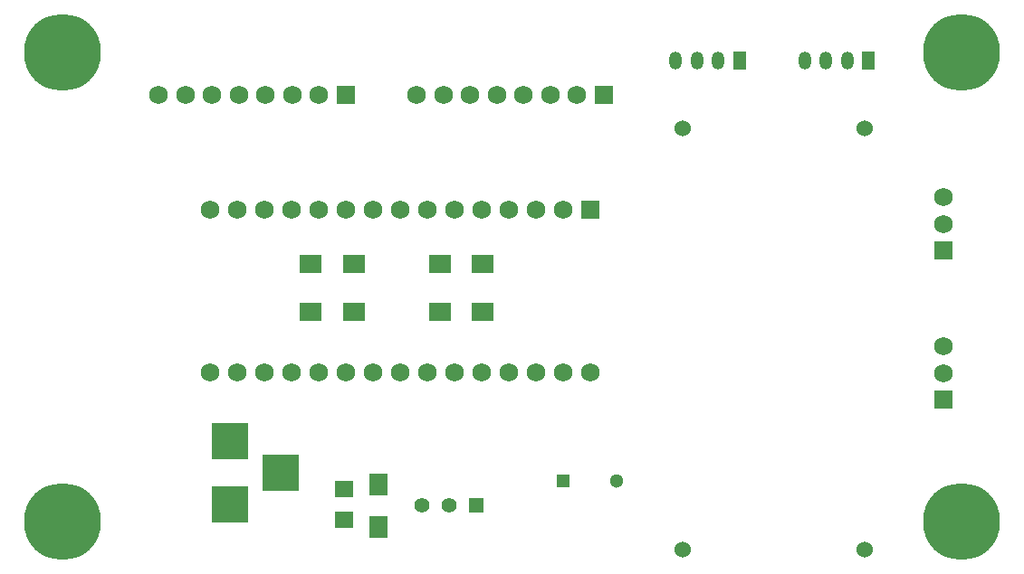
<source format=gbr>
G04 #@! TF.FileFunction,Soldermask,Top*
%FSLAX46Y46*%
G04 Gerber Fmt 4.6, Leading zero omitted, Abs format (unit mm)*
G04 Created by KiCad (PCBNEW 4.0.3+e1-6302~38~ubuntu15.04.1-stable) date Mon Sep 12 00:10:41 2016*
%MOMM*%
%LPD*%
G01*
G04 APERTURE LIST*
%ADD10C,0.100000*%
%ADD11R,1.300000X1.300000*%
%ADD12C,1.300000*%
%ADD13R,1.750000X1.750000*%
%ADD14C,1.750000*%
%ADD15R,1.200000X1.700000*%
%ADD16O,1.200000X1.700000*%
%ADD17R,2.000000X1.700000*%
%ADD18C,7.200000*%
%ADD19R,1.727200X1.727200*%
%ADD20C,1.727200*%
%ADD21C,1.524000*%
%ADD22R,3.500120X3.500120*%
%ADD23R,1.397000X1.397000*%
%ADD24C,1.397000*%
%ADD25R,1.800860X1.597660*%
%ADD26R,1.700000X2.000000*%
G04 APERTURE END LIST*
D10*
D11*
X104775000Y-83185000D03*
D12*
X109775000Y-83185000D03*
D13*
X108585000Y-46990000D03*
D14*
X106085000Y-46990000D03*
X103585000Y-46990000D03*
X101085000Y-46990000D03*
X98585000Y-46990000D03*
X96085000Y-46990000D03*
X93585000Y-46990000D03*
X91085000Y-46990000D03*
D13*
X84455000Y-46990000D03*
D14*
X81955000Y-46990000D03*
X79455000Y-46990000D03*
X76955000Y-46990000D03*
X74455000Y-46990000D03*
X71955000Y-46990000D03*
X69455000Y-46990000D03*
X66955000Y-46990000D03*
D15*
X121285000Y-43815000D03*
D16*
X119285000Y-43815000D03*
X117285000Y-43815000D03*
X115285000Y-43815000D03*
D15*
X133350000Y-43815000D03*
D16*
X131350000Y-43815000D03*
X129350000Y-43815000D03*
X127350000Y-43815000D03*
D17*
X81185000Y-62865000D03*
X85185000Y-62865000D03*
X85185000Y-67310000D03*
X81185000Y-67310000D03*
X93250000Y-62865000D03*
X97250000Y-62865000D03*
X93250000Y-67310000D03*
X97250000Y-67310000D03*
D13*
X140335000Y-61595000D03*
D14*
X140335000Y-59095000D03*
X140335000Y-56595000D03*
D13*
X140335000Y-75565000D03*
D14*
X140335000Y-73065000D03*
X140335000Y-70565000D03*
D18*
X58000000Y-43000000D03*
X142000000Y-43000000D03*
X58000000Y-87000000D03*
X142000000Y-87000000D03*
D19*
X107315000Y-57785000D03*
D20*
X104775000Y-57785000D03*
X102235000Y-57785000D03*
X99695000Y-57785000D03*
X97155000Y-57785000D03*
X94615000Y-57785000D03*
X92075000Y-57785000D03*
X89535000Y-57785000D03*
X86995000Y-57785000D03*
X84455000Y-57785000D03*
X81915000Y-57785000D03*
X79375000Y-57785000D03*
X76835000Y-57785000D03*
X74295000Y-57785000D03*
X71755000Y-57785000D03*
X71755000Y-73025000D03*
X74295000Y-73025000D03*
X76835000Y-73025000D03*
X79375000Y-73025000D03*
X81915000Y-73025000D03*
X84455000Y-73025000D03*
X86995000Y-73025000D03*
X89535000Y-73025000D03*
X92075000Y-73025000D03*
X94615000Y-73025000D03*
X97155000Y-73025000D03*
X99695000Y-73025000D03*
X102235000Y-73025000D03*
X104775000Y-73025000D03*
X107315000Y-73025000D03*
D21*
X132960000Y-50100000D03*
X115960000Y-50100000D03*
X132960000Y-89600000D03*
X115960000Y-89600000D03*
D22*
X73660000Y-79397860D03*
X73660000Y-85397340D03*
X78359000Y-82397600D03*
D23*
X96647000Y-85471000D03*
D24*
X94107000Y-85471000D03*
X91567000Y-85471000D03*
D25*
X84328000Y-86763860D03*
X84328000Y-83924140D03*
D26*
X87503000Y-87471000D03*
X87503000Y-83471000D03*
M02*

</source>
